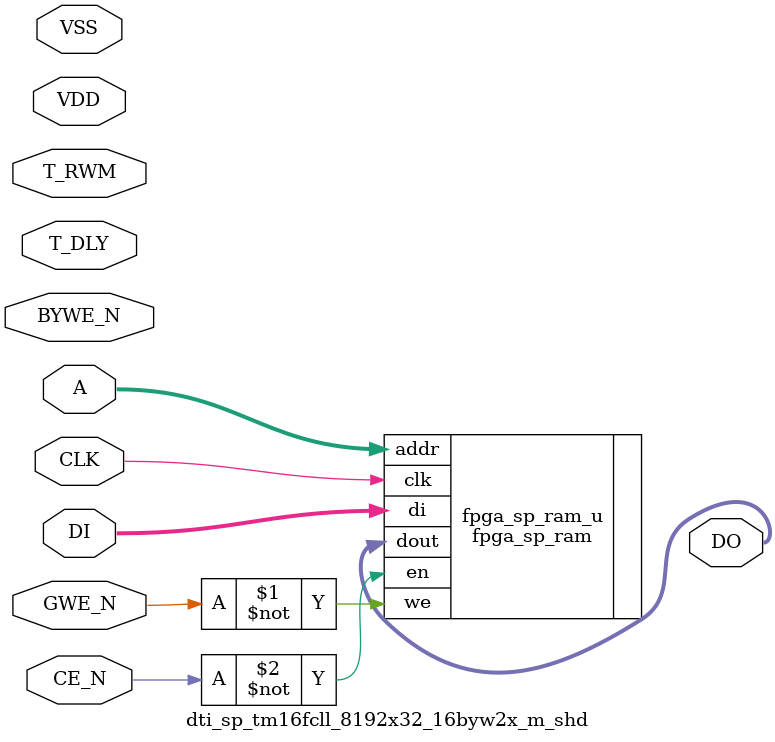
<source format=sv>

module dti_sp_tm16fcll_122x32_4ww2xoe_m_shd (VDD, VSS, DO, A, DI, CE_N, GWE_N, OE_N, T_RWM, T_DLY, CLK);

input         VDD  ; // NOT USED IN FPGA
input         VSS  ; // NOT USED IN FPGA
output [31:0] DO   ; // Data Output
input  [ 6:0] A    ; // Address
input  [31:0] DI   ; // Data Input
input         CE_N ; // Chip Select Enable --- Active Low
input         GWE_N; // Global Write Enable --- Active Low
input         OE_N ; // NOT USED IN FPGA
input  [ 2:0] T_RWM; // NOT USED IN FPGA
input  [ 2:0] T_DLY; // NOT USED IN FPGA
input         CLK  ; // Clock


fpga_sp_ram #(
    .A_WIDTH  (7  ),
    .D_WIDTH  (32 ),
    .RAM_DEPTH(122)
) fpga_sp_ram_u (
    .clk (CLK   ),
    .we  (~GWE_N),
    .en  (~CE_N ),
    .addr(A     ),
    .di  (DI    ),
    .dout(DO    )
);

endmodule // dti_sp_tm16fcll_122x32_4ww2xoe_m_shd


//========================================================
//========================================================

module dti_1pr_tm16fcll_128x56_4ww2x_m_shd (VDD, VSS, DO, A, DI, CE_N, GWE_N, T_RWM, T_DLY, CLK);

input         VDD  ; // NOT USED IN FPGA
input         VSS  ; // NOT USED IN FPGA
output [55:0] DO   ; // Data Output
input  [ 6:0] A    ; // Address
input  [55:0] DI   ; // Data Input
input         CE_N ; // Chip Select Enable --- Active Low
input         GWE_N; // Global Write Enable --- Active Low
input  [ 2:0] T_RWM; // // NOT USED IN FPGA
input  [ 2:0] T_DLY; // NOT USED IN FPGA
input         CLK  ; // Clock


fpga_sp_ram #(
    .A_WIDTH  (7  ),
    .D_WIDTH  (56 ),
    .RAM_DEPTH(128)
) fpga_sp_ram_u (
    .clk (CLK   ),
    .we  (~GWE_N),
    .en  (~CE_N ),
    .addr(A     ),
    .di  (DI    ),
    .dout(DO    )
);


endmodule // dti_1pr_tm16fcll_128x56_4ww2x_m_shd


//========================================================
//========================================================


module dti_dp_tm16fcll_512x32_4ww2xoe_m_hc (VDD, VSS, DO_A, DO_B, A_A, A_B, DI_A, DI_B, CE_N_A, CE_N_B, GWE_N_A, GWE_N_B, OE_N_A, OE_N_B, T_RWM_A, T_RWM_B, CLK_A, CLK_B);

input         VDD    ; // NOT USED IN FPGA
input         VSS    ; // NOT USED IN FPGA
output [31:0] DO_A   ; // NOT USED IN FPGA
output [31:0] DO_B   ; // Port B Data Output
input  [ 8:0] A_A    ; // Port A Address
input  [ 8:0] A_B    ; // Port B Address
input  [31:0] DI_A   ; // Port A Data Input
input  [31:0] DI_B   ; // NOT USED IN FPGA
input         CE_N_A ; // Port A Chip Select Enable --- Active Low
input         CE_N_B ; // Port B Chip Select Enable --- Active Low
input         GWE_N_A; // Port A Global Write Enable --- Active Low
input         GWE_N_B; // NOT USED IN FPGA
input         OE_N_A ; // NOT USED IN FPGA
input         OE_N_B ; // NOT USED IN FPGA
input  [ 2:0] T_RWM_A; // NOT USED IN FPGA
input  [ 2:0] T_RWM_B; // NOT USED IN FPGA
input         CLK_A  ; // Port A Clock
input         CLK_B  ; // Port B Clock



fpga_dp_ram #(
    .A_WIDTH  (9  ),
    .D_WIDTH  (32 ),
    .RAM_DEPTH(512)
) fpga_dp_ram_u (
    .clka (CLK_A   ),
    .clkb (CLK_B   ),
    .ena  (~CE_N_A ),
    .enb  (~CE_N_B ),
    .wea  (~GWE_N_A),
    .addra(A_A     ),
    .addrb(A_B     ),
    .dia  (DI_A    ),
    .dob  (DO_B    )
);


endmodule // dti_dp_tm16fcll_512x32_4ww2xoe_m_hc


//========================================================
//========================================================


module dti_sp_tm16fcll_576x32_4ww2xoe_m_shd (VDD, VSS, DO, A, DI, CE_N, GWE_N, OE_N, T_RWM, T_DLY, CLK);

input         VDD  ; // NOT USED IN FPGA
input         VSS  ; // NOT USED IN FPGA
output [31:0] DO   ; // Data Output
input  [ 9:0] A    ; // Address
input  [31:0] DI   ; // Data Input
input         CE_N ; // Chip Select Enable --- Active Low
input         GWE_N; // Global Write Enable --- Active Low
input         OE_N ; // NOT USED IN FPGA
input  [ 2:0] T_RWM; // NOT USED IN FPGA
input  [ 2:0] T_DLY; // NOT USED IN FPGA
input         CLK  ; // Clock

fpga_sp_ram #(
    .A_WIDTH  (10  ),
    .D_WIDTH  (32  ),
    .RAM_DEPTH(576 )
) fpga_sp_ram_u (
    .clk (CLK   ),
    .we  (~GWE_N),
    .en  (~CE_N ),
    .addr(A     ),
    .di  (DI    ),
    .dout(DO    )
);

endmodule // dti_sp_tm16fcll_576x32_4ww2xoe_m_shd


//========================================================
//========================================================

module dti_sp_tm16fcll_1432x32_4ww2xoe_m_shd (VDD, VSS, DO, A, DI, CE_N, GWE_N, OE_N, T_RWM, T_DLY, CLK);

input         VDD  ; // NOT USED IN FPGA
input         VSS  ; // NOT USED IN FPGA
output [31:0] DO   ; // Data Output
input  [10:0] A    ; // Address
input  [31:0] DI   ; // Data Input
input         CE_N ; // Chip Select Enable --- Active Low
input         GWE_N; // Global Write Enable --- Active Low
input         OE_N ; // NOT USED IN FPGA
input  [ 2:0] T_RWM; // NOT USED IN FPGA
input  [ 2:0] T_DLY; // NOT USED IN FPGA
input         CLK  ; // Clock


fpga_sp_ram #(
    .A_WIDTH  (11  ),
    .D_WIDTH  (32  ),
    .RAM_DEPTH(1432)
) fpga_sp_ram_u (
    .clk (CLK   ),
    .we  (~GWE_N),
    .en  (~CE_N ),
    .addr(A     ),
    .di  (DI    ),
    .dout(DO    )
);

endmodule // dti_sp_tm16fcll_1432x32_4ww2xoe_m_shd


//========================================================
//========================================================


module dti_sp_tm16fcll_8192x32_16byw2x_m_shd (VDD, VSS, DO, A, DI, CE_N, GWE_N, BYWE_N, T_RWM, T_DLY, CLK);

input         VDD   ; // NOT USED IN FPGA
input         VSS   ; // NOT USED IN FPGA
output [31:0] DO    ; // Data Output
input  [12:0] A     ; // Address
input  [31:0] DI    ; // Data Input
input         CE_N  ; // Chip Select Enable --- Active Low
input         GWE_N ; // Global Write Enable --- Active Low
input  [ 3:0] BYWE_N; // Byte Write Enable --- Active Low
input  [ 2:0] T_RWM ; // NOT USED IN FPGA
input  [ 2:0] T_DLY ; // NOT USED IN FPGA
input         CLK   ; // Clock

fpga_sp_ram #(
    .A_WIDTH  (13  ),
    .D_WIDTH  (32  ),
    .RAM_DEPTH(8192)
) fpga_sp_ram_u (
    .clk (CLK   ),
    .we  (~GWE_N),
    .en  (~CE_N ),
    .addr(A     ),
    .di  (DI    ),
    .dout(DO    )
);

endmodule // dti_sp_tm16fcll_8192x32_16byw2x_m_shd

</source>
